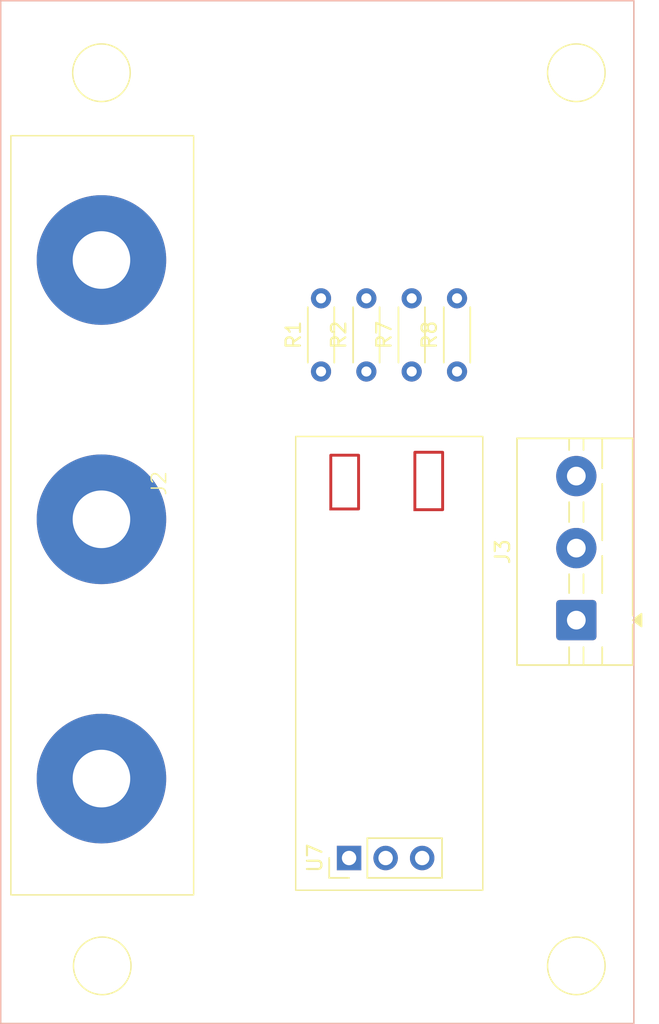
<source format=kicad_pcb>
(kicad_pcb (version 20241229) (generator "pcbnew") (generator_version "9.0")
  (layers (0 "F.Cu" signal) (2 "B.Cu" signal) (13 "F.Paste" user) (15 "B.Paste" user) (5 "F.SilkS" user "F.Silkscreen") (7 "B.SilkS" user "B.Silkscreen") (1 "F.Mask" user) (3 "B.Mask" user) (25 "Edge.Cuts" user))
  (net 0 "")
  (net 1 "GND")
  (net 2 "ACS")
  (net 3 "Net-(U7-OUT)")
  (net 4 "VBAT_U")
  (net 5 "VBAT+")
  (net 6 "VCC")
  (net 7 "VBAT_OUT")
  (footprint "terminals_bateries:teminals_bateries" (layer "F.Cu") (at 143.5 119.5 90)
    (property "Reference" "J2" (at 0 -0.5 90) (layer "F.SilkS") (effects (font (thickness 0.1))))
    (property "Value" "BATERIA_AUTO")
    (fp_rect (start -28.575 -10.795) (end 24.13 1.905) (stroke (width 0.1)) (fill no) (layer "F.SilkS"))
    (pad "1" thru_hole circle (at -20.5 -4.5 90) (size 9 9) (drill 4) (layers "*.Cu" "*.Mask") (net 7 "VBAT_OUT"))
    (pad "2" thru_hole circle (at -2.5 -4.5 90) (size 9 9) (drill 4) (layers "*.Cu" "*.Mask") (net 1 "GND"))
    (pad "3" thru_hole circle (at 15.5 -4.5 90) (size 9 9) (drill 4) (layers "*.Cu" "*.Mask") (net 5 "VBAT+"))
  )
  (footprint "Resistor_THT:R_Axial_DIN0204_L3.6mm_D1.6mm_P5.08mm_Horizontal" (layer "F.Cu") (at 160.56 111.74 90)
    (property "Reference" "R7" (at 2.54 -1.92 90) (layer "F.SilkS"))
    (property "Value" "10K")
    (fp_line (start 0.62 -0.92) (end 4.46 -0.92) (stroke (width 0.12)) (layer "F.SilkS"))
    (fp_line (start 0.62 0.92) (end 4.46 0.92) (stroke (width 0.12)) (layer "F.SilkS"))
    (pad "1" thru_hole circle (at 0 0 90) (size 1.4 1.4) (drill 0.7) (layers "*.Cu" "*.Mask") (net 5 "VBAT+"))
    (pad "2" thru_hole oval (at 5.08 0 90) (size 1.4 1.4) (drill 0.7) (layers "*.Cu" "*.Mask") (net 4 "VBAT_U"))
  )
  (footprint "Resistor_THT:R_Axial_DIN0204_L3.6mm_D1.6mm_P5.08mm_Horizontal" (layer "F.Cu") (at 163.71 111.74 90)
    (property "Reference" "R8" (at 2.54 -1.92 90) (layer "F.SilkS"))
    (property "Value" "10k")
    (fp_line (start 0.62 -0.92) (end 4.46 -0.92) (stroke (width 0.12)) (layer "F.SilkS"))
    (fp_line (start 0.62 0.92) (end 4.46 0.92) (stroke (width 0.12)) (layer "F.SilkS"))
    (pad "1" thru_hole circle (at 0 0 90) (size 1.4 1.4) (drill 0.7) (layers "*.Cu" "*.Mask") (net 4 "VBAT_U"))
    (pad "2" thru_hole oval (at 5.08 0 90) (size 1.4 1.4) (drill 0.7) (layers "*.Cu" "*.Mask") (net 1 "GND"))
  )
  (footprint "Resistor_THT:R_Axial_DIN0204_L3.6mm_D1.6mm_P5.08mm_Horizontal" (layer "F.Cu") (at 157.41 111.74 90)
    (property "Reference" "R2" (at 2.54 -1.92 90) (layer "F.SilkS"))
    (property "Value" "10k")
    (fp_line (start 0.62 -0.92) (end 4.46 -0.92) (stroke (width 0.12)) (layer "F.SilkS"))
    (fp_line (start 0.62 0.92) (end 4.46 0.92) (stroke (width 0.12)) (layer "F.SilkS"))
    (pad "1" thru_hole circle (at 0 0 90) (size 1.4 1.4) (drill 0.7) (layers "*.Cu" "*.Mask") (net 2 "ACS"))
    (pad "2" thru_hole oval (at 5.08 0 90) (size 1.4 1.4) (drill 0.7) (layers "*.Cu" "*.Mask") (net 3 "Net-(U7-OUT)"))
  )
  (footprint "TerminalBlock:TerminalBlock_MaiXu_MX126-5.0-03P_1x03_P5.00mm" (layer "F.Cu") (at 172 129 90)
    (property "Reference" "J3" (at 4.75 -5.12 90) (layer "F.SilkS"))
    (property "Value" "Cableado_hacia_auto")
    (fp_line (start 12.62 -4.12) (end 12.62 3.92) (stroke (width 0.12)) (layer "F.SilkS"))
    (fp_line (start -3.12 -4.12) (end 12.62 -4.12) (stroke (width 0.12)) (layer "F.SilkS"))
    (fp_line (start -3.12 -4.12) (end -3.12 3.92) (stroke (width 0.12)) (layer "F.SilkS"))
    (fp_line (start 11.812 -0.5) (end 12.62 -0.5) (stroke (width 0.12)) (layer "F.SilkS"))
    (fp_line (start 6.812 -0.5) (end 8.188 -0.5) (stroke (width 0.12)) (layer "F.SilkS"))
    (fp_line (start 1.88 -0.5) (end 3.188 -0.5) (stroke (width 0.12)) (layer "F.SilkS"))
    (fp_line (start -3.12 -0.5) (end -1.88 -0.5) (stroke (width 0.12)) (layer "F.SilkS"))
    (fp_line (start 11.812 0.5) (end 12.62 0.5) (stroke (width 0.12)) (layer "F.SilkS"))
    (fp_line (start 6.812 0.5) (end 8.188 0.5) (stroke (width 0.12)) (layer "F.SilkS"))
    (fp_line (start 1.88 0.5) (end 3.188 0.5) (stroke (width 0.12)) (layer "F.SilkS"))
    (fp_line (start -3.12 0.5) (end -1.88 0.5) (stroke (width 0.12)) (layer "F.SilkS"))
    (fp_line (start 10.543 1.8) (end 12.62 1.8) (stroke (width 0.12)) (layer "F.SilkS"))
    (fp_line (start 5.543 1.8) (end 9.457 1.8) (stroke (width 0.12)) (layer "F.SilkS"))
    (fp_line (start 1.88 1.8) (end 4.457 1.8) (stroke (width 0.12)) (layer "F.SilkS"))
    (fp_line (start -3.12 1.8) (end -1.88 1.8) (stroke (width 0.12)) (layer "F.SilkS"))
    (fp_line (start 0.3 3.92) (end 12.62 3.92) (stroke (width 0.12)) (layer "F.SilkS"))
    (fp_line (start -3.12 3.92) (end -0.3 3.92) (stroke (width 0.12)) (layer "F.SilkS"))
    (fp_poly (pts (xy 0 3.92) (xy 0.44 4.53) (xy -0.44 4.53)) (stroke (width 0.12)) (fill yes) (layer "F.SilkS"))
    (pad "1" thru_hole roundrect (at 0 0 90) (size 2.8 2.8) (drill 1.3) (layers "*.Cu" "*.Mask") (roundrect_rratio 0.089286) (net 4 "VBAT_U"))
    (pad "2" thru_hole circle (at 5 0 90) (size 2.8 2.8) (drill 1.3) (layers "*.Cu" "*.Mask") (net 2 "ACS"))
    (pad "3" thru_hole circle (at 10 0 90) (size 2.8 2.8) (drill 1.3) (layers "*.Cu" "*.Mask") (net 1 "GND"))
  )
  (footprint "Connector_PinHeader_2.54mm:PinHeader_1x03_P2.54mm_Vertical" (layer "F.Cu") (at 156.2084 145.5148 90)
    (property "Reference" "U7" (at 0 -2.38 90) (layer "F.SilkS"))
    (property "Value" "~")
    (fp_rect (start 24.2316 -1.27) (end 27.9654 0.6604) (stroke (width 0.2)) (fill no) (layer "F.Cu"))
    (fp_rect (start 24.1808 4.572) (end 28.1686 6.5024) (stroke (width 0.2)) (fill no) (layer "F.Cu"))
    (fp_line (start -1.38 -1.38) (end 0 -1.38) (stroke (width 0.12)) (layer "F.SilkS"))
    (fp_line (start -1.38 0) (end -1.38 -1.38) (stroke (width 0.12)) (layer "F.SilkS"))
    (fp_line (start 1.38 1.27) (end 1.38 6.46) (stroke (width 0.12)) (layer "F.SilkS"))
    (fp_line (start -1.38 1.27) (end 1.38 1.27) (stroke (width 0.12)) (layer "F.SilkS"))
    (fp_line (start -1.38 1.27) (end -1.38 6.46) (stroke (width 0.12)) (layer "F.SilkS"))
    (fp_line (start -1.38 6.46) (end 1.38 6.46) (stroke (width 0.12)) (layer "F.SilkS"))
    (fp_rect (start -2.2352 -3.7084) (end 29.2648 9.2916) (stroke (width 0.1)) (fill no) (layer "F.SilkS"))
    (pad "1" thru_hole rect (at 0 0 90) (size 1.7 1.7) (drill 1) (layers "*.Cu" "*.Mask") (net 6 "VCC"))
    (pad "2" thru_hole circle (at 0 2.54 90) (size 1.7 1.7) (drill 1) (layers "*.Cu" "*.Mask") (net 3 "Net-(U7-OUT)"))
    (pad "3" thru_hole circle (at 0 5.08 90) (size 1.7 1.7) (drill 1) (layers "*.Cu" "*.Mask") (net 1 "GND"))
  )
  (footprint "Resistor_THT:R_Axial_DIN0204_L3.6mm_D1.6mm_P5.08mm_Horizontal" (layer "F.Cu") (at 154.26 111.74 90)
    (property "Reference" "R1" (at 2.54 -1.92 90) (layer "F.SilkS"))
    (property "Value" "10K")
    (fp_line (start 0.62 -0.92) (end 4.46 -0.92) (stroke (width 0.12)) (layer "F.SilkS"))
    (fp_line (start 0.62 0.92) (end 4.46 0.92) (stroke (width 0.12)) (layer "F.SilkS"))
    (pad "1" thru_hole circle (at 0 0 90) (size 1.4 1.4) (drill 0.7) (layers "*.Cu" "*.Mask") (net 1 "GND"))
    (pad "2" thru_hole oval (at 5.08 0 90) (size 1.4 1.4) (drill 0.7) (layers "*.Cu" "*.Mask") (net 2 "ACS"))
  )
  (gr_circle (center 139 91) (end 141 91) (stroke (width 0.1)) (fill no) (layer "F.SilkS"))
  (gr_circle (center 172 91) (end 174 91) (stroke (width 0.1)) (fill no) (layer "F.SilkS"))
  (gr_circle (center 172 153) (end 174 153) (stroke (width 0.1)) (fill no) (layer "F.SilkS"))
  (gr_circle (center 139.055 153) (end 141.055 153) (stroke (width 0.1)) (fill no) (layer "F.SilkS"))
  (gr_rect (start 132 86) (end 176 157) (stroke (width 0.1)) (fill no) (layer "B.SilkS"))
)
</source>
